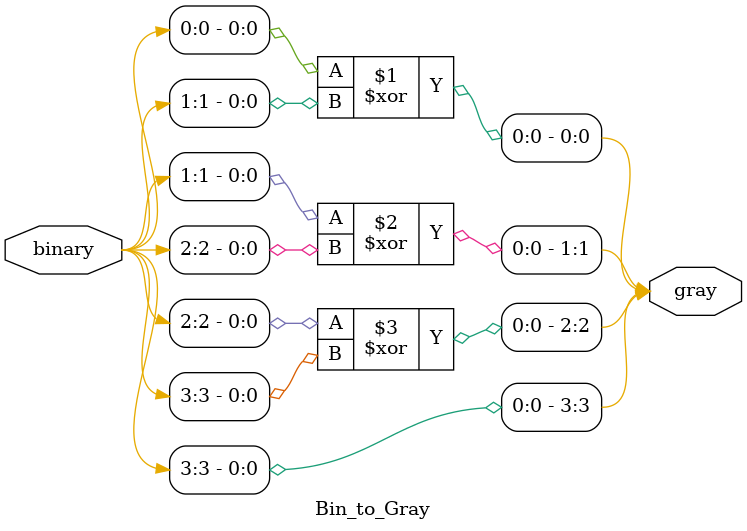
<source format=v>
module Bin_to_Gray (
    input [3:0] binary,
    output [3:0] gray
);

    assign gray[0] = binary[0] ^ binary[1];
    assign gray[1] = binary[1] ^ binary[2];
    assign gray[2] = binary[2] ^ binary[3];
    assign gray[3] = binary[3];

endmodule

</source>
